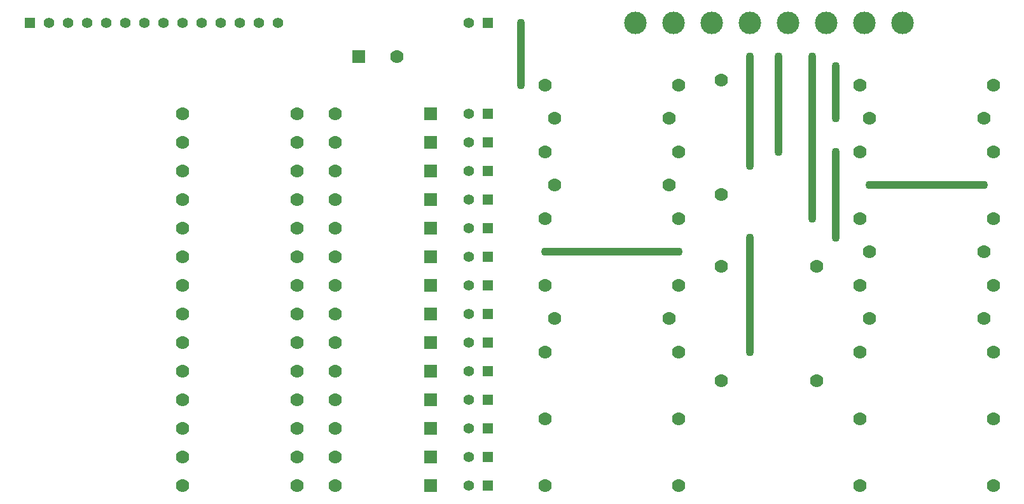
<source format=gbr>
G04 #@! TF.FileFunction,Copper,L1,Top,Signal*
%FSLAX46Y46*%
G04 Gerber Fmt 4.6, Leading zero omitted, Abs format (unit mm)*
G04 Created by KiCad (PCBNEW 4.0.5+dfsg1-4+deb9u1) date Sun Sep  4 20:08:47 2022*
%MOMM*%
%LPD*%
G01*
G04 APERTURE LIST*
%ADD10C,0.100000*%
%ADD11R,1.778000X1.778000*%
%ADD12C,1.778000*%
%ADD13R,1.397000X1.397000*%
%ADD14C,1.397000*%
%ADD15C,2.999740*%
%ADD16C,1.099820*%
%ADD17C,1.000760*%
G04 APERTURE END LIST*
D10*
D11*
X128905000Y-80010000D03*
D12*
X133985000Y-80010000D03*
X125730000Y-137160000D03*
D11*
X138430000Y-137160000D03*
D12*
X125730000Y-133350000D03*
D11*
X138430000Y-133350000D03*
D12*
X125730000Y-129540000D03*
D11*
X138430000Y-129540000D03*
D12*
X125730000Y-125730000D03*
D11*
X138430000Y-125730000D03*
D12*
X125730000Y-121920000D03*
D11*
X138430000Y-121920000D03*
D12*
X125730000Y-118110000D03*
D11*
X138430000Y-118110000D03*
D12*
X125730000Y-114300000D03*
D11*
X138430000Y-114300000D03*
D12*
X125730000Y-110490000D03*
D11*
X138430000Y-110490000D03*
D12*
X125730000Y-106680000D03*
D11*
X138430000Y-106680000D03*
D12*
X125730000Y-102870000D03*
D11*
X138430000Y-102870000D03*
D12*
X125730000Y-99060000D03*
D11*
X138430000Y-99060000D03*
D12*
X125730000Y-95250000D03*
D11*
X138430000Y-95250000D03*
D12*
X125730000Y-91440000D03*
D11*
X138430000Y-91440000D03*
D12*
X125730000Y-87630000D03*
D11*
X138430000Y-87630000D03*
D12*
X120650000Y-137160000D03*
X105410000Y-137160000D03*
X105410000Y-133350000D03*
X120650000Y-133350000D03*
X120650000Y-129540000D03*
X105410000Y-129540000D03*
X120650000Y-125730000D03*
X105410000Y-125730000D03*
X120650000Y-121920000D03*
X105410000Y-121920000D03*
X120650000Y-118110000D03*
X105410000Y-118110000D03*
X120650000Y-114300000D03*
X105410000Y-114300000D03*
X120650000Y-110490000D03*
X105410000Y-110490000D03*
X105410000Y-106680000D03*
X120650000Y-106680000D03*
X105410000Y-102870000D03*
X120650000Y-102870000D03*
X105410000Y-99060000D03*
X120650000Y-99060000D03*
X105410000Y-95250000D03*
X120650000Y-95250000D03*
X105410000Y-91440000D03*
X120650000Y-91440000D03*
X105410000Y-87630000D03*
X120650000Y-87630000D03*
X170180000Y-88265000D03*
X154940000Y-88265000D03*
X170180000Y-97155000D03*
X154940000Y-97155000D03*
X189865000Y-107950000D03*
X189865000Y-123190000D03*
X196850000Y-114935000D03*
X212090000Y-114935000D03*
X170180000Y-114935000D03*
X154940000Y-114935000D03*
X196850000Y-106045000D03*
X212090000Y-106045000D03*
X177165000Y-83185000D03*
X177165000Y-98425000D03*
X177165000Y-123190000D03*
X177165000Y-107950000D03*
X212090000Y-88265000D03*
X196850000Y-88265000D03*
X195580000Y-128270000D03*
X213360000Y-128270000D03*
X171450000Y-128270000D03*
X153670000Y-128270000D03*
X195580000Y-119380000D03*
X213360000Y-119380000D03*
X171450000Y-119380000D03*
X153670000Y-119380000D03*
X195580000Y-137160000D03*
X213360000Y-137160000D03*
X213360000Y-110490000D03*
X195580000Y-110490000D03*
X153670000Y-110490000D03*
X171450000Y-110490000D03*
X213360000Y-101600000D03*
X195580000Y-101600000D03*
X153670000Y-101600000D03*
X171450000Y-101600000D03*
X213360000Y-92710000D03*
X195580000Y-92710000D03*
X153670000Y-92710000D03*
X171450000Y-92710000D03*
X153670000Y-137160000D03*
X171450000Y-137160000D03*
X195580000Y-83820000D03*
X213360000Y-83820000D03*
X171450000Y-83820000D03*
X153670000Y-83820000D03*
D13*
X146050000Y-129540000D03*
D14*
X143510000Y-129540000D03*
D13*
X146050000Y-125730000D03*
D14*
X143510000Y-125730000D03*
D13*
X146050000Y-121920000D03*
D14*
X143510000Y-121920000D03*
D13*
X146050000Y-118110000D03*
D14*
X143510000Y-118110000D03*
D13*
X146050000Y-137160000D03*
D14*
X143510000Y-137160000D03*
D13*
X146050000Y-114300000D03*
D14*
X143510000Y-114300000D03*
D13*
X146050000Y-110490000D03*
D14*
X143510000Y-110490000D03*
D13*
X146050000Y-106680000D03*
D14*
X143510000Y-106680000D03*
D13*
X146050000Y-102870000D03*
D14*
X143510000Y-102870000D03*
D13*
X146050000Y-99060000D03*
D14*
X143510000Y-99060000D03*
D13*
X146050000Y-95250000D03*
D14*
X143510000Y-95250000D03*
D13*
X146050000Y-133350000D03*
D14*
X143510000Y-133350000D03*
D13*
X146050000Y-91440000D03*
D14*
X143510000Y-91440000D03*
D13*
X146050000Y-87630000D03*
D14*
X143510000Y-87630000D03*
D15*
X201295000Y-75565000D03*
X196215000Y-75565000D03*
X191135000Y-75565000D03*
D13*
X85090000Y-75565000D03*
D14*
X87630000Y-75565000D03*
X90170000Y-75565000D03*
X92710000Y-75565000D03*
X95250000Y-75565000D03*
X97790000Y-75565000D03*
X100330000Y-75565000D03*
X102870000Y-75565000D03*
X105410000Y-75565000D03*
X107950000Y-75565000D03*
X110490000Y-75565000D03*
X113030000Y-75565000D03*
X115570000Y-75565000D03*
X118110000Y-75565000D03*
D13*
X146050000Y-75565000D03*
D14*
X143510000Y-75565000D03*
D15*
X165735000Y-75565000D03*
X170815000Y-75565000D03*
X175895000Y-75565000D03*
X180975000Y-75565000D03*
X186055000Y-75565000D03*
D16*
X150495000Y-83820000D03*
X150495000Y-75565000D03*
X171450000Y-106045000D03*
X153670000Y-106045000D03*
X192405000Y-104140000D03*
X192405000Y-92710000D03*
X184785000Y-92710000D03*
X184785000Y-80010000D03*
X196850000Y-97155000D03*
X212090000Y-97155000D03*
X180975000Y-104140000D03*
X180975000Y-94615000D03*
X180975000Y-80010000D03*
X180975000Y-119380000D03*
X189230000Y-80010000D03*
X189230000Y-101600000D03*
X192405000Y-81280000D03*
X192405000Y-88265000D03*
D17*
X150495000Y-83820000D02*
X150495000Y-75565000D01*
X171450000Y-106045000D02*
X153670000Y-106045000D01*
X192405000Y-104140000D02*
X192405000Y-92710000D01*
X184785000Y-92710000D02*
X184785000Y-80010000D01*
X196850000Y-97155000D02*
X212090000Y-97155000D01*
X180975000Y-104140000D02*
X180975000Y-119380000D01*
X180975000Y-94615000D02*
X180975000Y-80010000D01*
X189230000Y-80010000D02*
X189230000Y-90170000D01*
X189230000Y-90170000D02*
X189230000Y-101600000D01*
X192405000Y-81280000D02*
X192405000Y-88265000D01*
M02*

</source>
